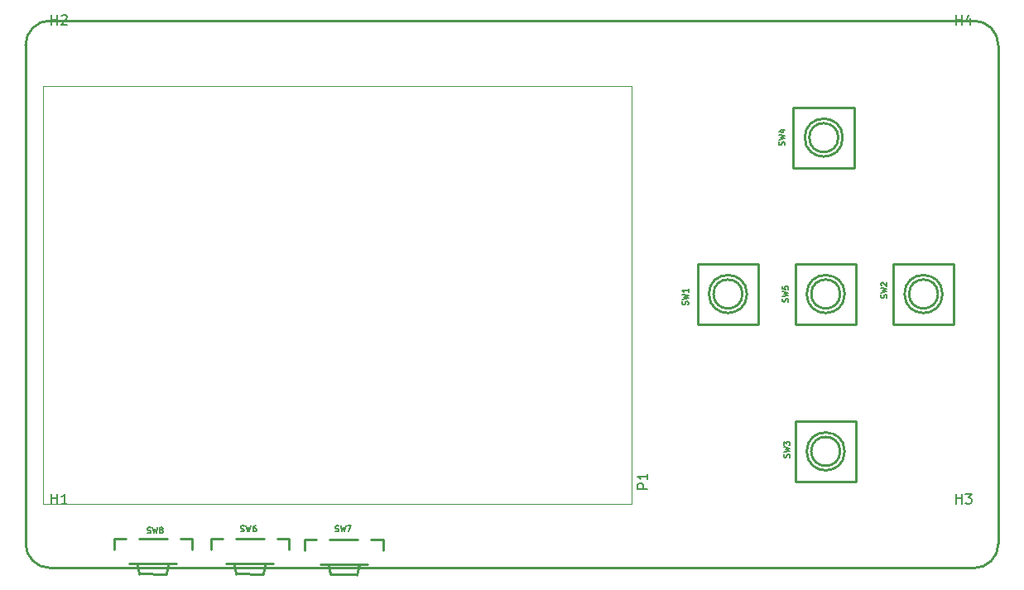
<source format=gbr>
%TF.GenerationSoftware,KiCad,Pcbnew,(6.0.4)*%
%TF.CreationDate,2023-03-22T18:48:28+03:00*%
%TF.ProjectId,mp3_test_board,6d70335f-7465-4737-945f-626f6172642e,rev?*%
%TF.SameCoordinates,Original*%
%TF.FileFunction,Legend,Top*%
%TF.FilePolarity,Positive*%
%FSLAX46Y46*%
G04 Gerber Fmt 4.6, Leading zero omitted, Abs format (unit mm)*
G04 Created by KiCad (PCBNEW (6.0.4)) date 2023-03-22 18:48:28*
%MOMM*%
%LPD*%
G01*
G04 APERTURE LIST*
%TA.AperFunction,Profile*%
%ADD10C,0.250000*%
%TD*%
%ADD11C,0.150000*%
%ADD12C,0.250000*%
%ADD13C,0.120000*%
G04 APERTURE END LIST*
D10*
X173460000Y-99250000D02*
G75*
G03*
X175960000Y-96750000I-100J2500100D01*
G01*
X175960000Y-45750000D02*
G75*
G03*
X173460000Y-43250000I-2500000J0D01*
G01*
X78967767Y-43232167D02*
G75*
G03*
X76467767Y-45732233I33J-2500033D01*
G01*
X76467767Y-45732233D02*
X76467767Y-96732233D01*
X78967767Y-99232233D02*
X173467767Y-99232233D01*
X175960000Y-96750000D02*
X175960000Y-45750000D01*
X173467767Y-43232233D02*
X78967767Y-43232233D01*
X76467767Y-96732233D02*
G75*
G03*
X78967767Y-99232233I2500033J33D01*
G01*
D11*
%TO.C,SW7*%
X108150000Y-95472857D02*
X108235714Y-95501428D01*
X108378571Y-95501428D01*
X108435714Y-95472857D01*
X108464285Y-95444285D01*
X108492857Y-95387142D01*
X108492857Y-95330000D01*
X108464285Y-95272857D01*
X108435714Y-95244285D01*
X108378571Y-95215714D01*
X108264285Y-95187142D01*
X108207142Y-95158571D01*
X108178571Y-95130000D01*
X108150000Y-95072857D01*
X108150000Y-95015714D01*
X108178571Y-94958571D01*
X108207142Y-94930000D01*
X108264285Y-94901428D01*
X108407142Y-94901428D01*
X108492857Y-94930000D01*
X108692857Y-94901428D02*
X108835714Y-95501428D01*
X108950000Y-95072857D01*
X109064285Y-95501428D01*
X109207142Y-94901428D01*
X109378571Y-94901428D02*
X109778571Y-94901428D01*
X109521428Y-95501428D01*
%TO.C,SW1*%
X144222857Y-72290000D02*
X144251428Y-72204285D01*
X144251428Y-72061428D01*
X144222857Y-72004285D01*
X144194285Y-71975714D01*
X144137142Y-71947142D01*
X144080000Y-71947142D01*
X144022857Y-71975714D01*
X143994285Y-72004285D01*
X143965714Y-72061428D01*
X143937142Y-72175714D01*
X143908571Y-72232857D01*
X143880000Y-72261428D01*
X143822857Y-72290000D01*
X143765714Y-72290000D01*
X143708571Y-72261428D01*
X143680000Y-72232857D01*
X143651428Y-72175714D01*
X143651428Y-72032857D01*
X143680000Y-71947142D01*
X143651428Y-71747142D02*
X144251428Y-71604285D01*
X143822857Y-71490000D01*
X144251428Y-71375714D01*
X143651428Y-71232857D01*
X144251428Y-70690000D02*
X144251428Y-71032857D01*
X144251428Y-70861428D02*
X143651428Y-70861428D01*
X143737142Y-70918571D01*
X143794285Y-70975714D01*
X143822857Y-71032857D01*
%TO.C,SW6*%
X98460000Y-95472857D02*
X98545714Y-95501428D01*
X98688571Y-95501428D01*
X98745714Y-95472857D01*
X98774285Y-95444285D01*
X98802857Y-95387142D01*
X98802857Y-95330000D01*
X98774285Y-95272857D01*
X98745714Y-95244285D01*
X98688571Y-95215714D01*
X98574285Y-95187142D01*
X98517142Y-95158571D01*
X98488571Y-95130000D01*
X98460000Y-95072857D01*
X98460000Y-95015714D01*
X98488571Y-94958571D01*
X98517142Y-94930000D01*
X98574285Y-94901428D01*
X98717142Y-94901428D01*
X98802857Y-94930000D01*
X99002857Y-94901428D02*
X99145714Y-95501428D01*
X99260000Y-95072857D01*
X99374285Y-95501428D01*
X99517142Y-94901428D01*
X100002857Y-94901428D02*
X99888571Y-94901428D01*
X99831428Y-94930000D01*
X99802857Y-94958571D01*
X99745714Y-95044285D01*
X99717142Y-95158571D01*
X99717142Y-95387142D01*
X99745714Y-95444285D01*
X99774285Y-95472857D01*
X99831428Y-95501428D01*
X99945714Y-95501428D01*
X100002857Y-95472857D01*
X100031428Y-95444285D01*
X100060000Y-95387142D01*
X100060000Y-95244285D01*
X100031428Y-95187142D01*
X100002857Y-95158571D01*
X99945714Y-95130000D01*
X99831428Y-95130000D01*
X99774285Y-95158571D01*
X99745714Y-95187142D01*
X99717142Y-95244285D01*
%TO.C,H4*%
X171638095Y-43652380D02*
X171638095Y-42652380D01*
X171638095Y-43128571D02*
X172209523Y-43128571D01*
X172209523Y-43652380D02*
X172209523Y-42652380D01*
X173114285Y-42985714D02*
X173114285Y-43652380D01*
X172876190Y-42604761D02*
X172638095Y-43319047D01*
X173257142Y-43319047D01*
%TO.C,H2*%
X79138095Y-43652380D02*
X79138095Y-42652380D01*
X79138095Y-43128571D02*
X79709523Y-43128571D01*
X79709523Y-43652380D02*
X79709523Y-42652380D01*
X80138095Y-42747619D02*
X80185714Y-42700000D01*
X80280952Y-42652380D01*
X80519047Y-42652380D01*
X80614285Y-42700000D01*
X80661904Y-42747619D01*
X80709523Y-42842857D01*
X80709523Y-42938095D01*
X80661904Y-43080952D01*
X80090476Y-43652380D01*
X80709523Y-43652380D01*
%TO.C,P1*%
X140081159Y-91123564D02*
X139081159Y-91123564D01*
X139081159Y-90742611D01*
X139128779Y-90647373D01*
X139176398Y-90599754D01*
X139271636Y-90552135D01*
X139414493Y-90552135D01*
X139509731Y-90599754D01*
X139557350Y-90647373D01*
X139604969Y-90742611D01*
X139604969Y-91123564D01*
X140081159Y-89599754D02*
X140081159Y-90171183D01*
X140081159Y-89885469D02*
X139081159Y-89885469D01*
X139224017Y-89980707D01*
X139319255Y-90075945D01*
X139366874Y-90171183D01*
%TO.C,H1*%
X79138095Y-92652380D02*
X79138095Y-91652380D01*
X79138095Y-92128571D02*
X79709523Y-92128571D01*
X79709523Y-92652380D02*
X79709523Y-91652380D01*
X80709523Y-92652380D02*
X80138095Y-92652380D01*
X80423809Y-92652380D02*
X80423809Y-91652380D01*
X80328571Y-91795238D01*
X80233333Y-91890476D01*
X80138095Y-91938095D01*
%TO.C,SW3*%
X154582857Y-87920000D02*
X154611428Y-87834285D01*
X154611428Y-87691428D01*
X154582857Y-87634285D01*
X154554285Y-87605714D01*
X154497142Y-87577142D01*
X154440000Y-87577142D01*
X154382857Y-87605714D01*
X154354285Y-87634285D01*
X154325714Y-87691428D01*
X154297142Y-87805714D01*
X154268571Y-87862857D01*
X154240000Y-87891428D01*
X154182857Y-87920000D01*
X154125714Y-87920000D01*
X154068571Y-87891428D01*
X154040000Y-87862857D01*
X154011428Y-87805714D01*
X154011428Y-87662857D01*
X154040000Y-87577142D01*
X154011428Y-87377142D02*
X154611428Y-87234285D01*
X154182857Y-87120000D01*
X154611428Y-87005714D01*
X154011428Y-86862857D01*
X154011428Y-86691428D02*
X154011428Y-86320000D01*
X154240000Y-86520000D01*
X154240000Y-86434285D01*
X154268571Y-86377142D01*
X154297142Y-86348571D01*
X154354285Y-86320000D01*
X154497142Y-86320000D01*
X154554285Y-86348571D01*
X154582857Y-86377142D01*
X154611428Y-86434285D01*
X154611428Y-86605714D01*
X154582857Y-86662857D01*
X154554285Y-86691428D01*
%TO.C,SW2*%
X164525557Y-71603938D02*
X164554128Y-71518223D01*
X164554128Y-71375366D01*
X164525557Y-71318223D01*
X164496985Y-71289652D01*
X164439842Y-71261080D01*
X164382700Y-71261080D01*
X164325557Y-71289652D01*
X164296985Y-71318223D01*
X164268414Y-71375366D01*
X164239842Y-71489652D01*
X164211271Y-71546795D01*
X164182700Y-71575366D01*
X164125557Y-71603938D01*
X164068414Y-71603938D01*
X164011271Y-71575366D01*
X163982700Y-71546795D01*
X163954128Y-71489652D01*
X163954128Y-71346795D01*
X163982700Y-71261080D01*
X163954128Y-71061080D02*
X164554128Y-70918223D01*
X164125557Y-70803938D01*
X164554128Y-70689652D01*
X163954128Y-70546795D01*
X164011271Y-70346795D02*
X163982700Y-70318223D01*
X163954128Y-70261080D01*
X163954128Y-70118223D01*
X163982700Y-70061080D01*
X164011271Y-70032509D01*
X164068414Y-70003938D01*
X164125557Y-70003938D01*
X164211271Y-70032509D01*
X164554128Y-70375366D01*
X164554128Y-70003938D01*
%TO.C,SW8*%
X88910000Y-95642857D02*
X88995714Y-95671428D01*
X89138571Y-95671428D01*
X89195714Y-95642857D01*
X89224285Y-95614285D01*
X89252857Y-95557142D01*
X89252857Y-95500000D01*
X89224285Y-95442857D01*
X89195714Y-95414285D01*
X89138571Y-95385714D01*
X89024285Y-95357142D01*
X88967142Y-95328571D01*
X88938571Y-95300000D01*
X88910000Y-95242857D01*
X88910000Y-95185714D01*
X88938571Y-95128571D01*
X88967142Y-95100000D01*
X89024285Y-95071428D01*
X89167142Y-95071428D01*
X89252857Y-95100000D01*
X89452857Y-95071428D02*
X89595714Y-95671428D01*
X89710000Y-95242857D01*
X89824285Y-95671428D01*
X89967142Y-95071428D01*
X90281428Y-95328571D02*
X90224285Y-95300000D01*
X90195714Y-95271428D01*
X90167142Y-95214285D01*
X90167142Y-95185714D01*
X90195714Y-95128571D01*
X90224285Y-95100000D01*
X90281428Y-95071428D01*
X90395714Y-95071428D01*
X90452857Y-95100000D01*
X90481428Y-95128571D01*
X90510000Y-95185714D01*
X90510000Y-95214285D01*
X90481428Y-95271428D01*
X90452857Y-95300000D01*
X90395714Y-95328571D01*
X90281428Y-95328571D01*
X90224285Y-95357142D01*
X90195714Y-95385714D01*
X90167142Y-95442857D01*
X90167142Y-95557142D01*
X90195714Y-95614285D01*
X90224285Y-95642857D01*
X90281428Y-95671428D01*
X90395714Y-95671428D01*
X90452857Y-95642857D01*
X90481428Y-95614285D01*
X90510000Y-95557142D01*
X90510000Y-95442857D01*
X90481428Y-95385714D01*
X90452857Y-95357142D01*
X90395714Y-95328571D01*
%TO.C,H3*%
X171638095Y-92652380D02*
X171638095Y-91652380D01*
X171638095Y-92128571D02*
X172209523Y-92128571D01*
X172209523Y-92652380D02*
X172209523Y-91652380D01*
X172590476Y-91652380D02*
X173209523Y-91652380D01*
X172876190Y-92033333D01*
X173019047Y-92033333D01*
X173114285Y-92080952D01*
X173161904Y-92128571D01*
X173209523Y-92223809D01*
X173209523Y-92461904D01*
X173161904Y-92557142D01*
X173114285Y-92604761D01*
X173019047Y-92652380D01*
X172733333Y-92652380D01*
X172638095Y-92604761D01*
X172590476Y-92557142D01*
%TO.C,SW4*%
X154082857Y-55960000D02*
X154111428Y-55874285D01*
X154111428Y-55731428D01*
X154082857Y-55674285D01*
X154054285Y-55645714D01*
X153997142Y-55617142D01*
X153940000Y-55617142D01*
X153882857Y-55645714D01*
X153854285Y-55674285D01*
X153825714Y-55731428D01*
X153797142Y-55845714D01*
X153768571Y-55902857D01*
X153740000Y-55931428D01*
X153682857Y-55960000D01*
X153625714Y-55960000D01*
X153568571Y-55931428D01*
X153540000Y-55902857D01*
X153511428Y-55845714D01*
X153511428Y-55702857D01*
X153540000Y-55617142D01*
X153511428Y-55417142D02*
X154111428Y-55274285D01*
X153682857Y-55160000D01*
X154111428Y-55045714D01*
X153511428Y-54902857D01*
X153711428Y-54417142D02*
X154111428Y-54417142D01*
X153482857Y-54560000D02*
X153911428Y-54702857D01*
X153911428Y-54331428D01*
%TO.C,SW5*%
X154442857Y-71990000D02*
X154471428Y-71904285D01*
X154471428Y-71761428D01*
X154442857Y-71704285D01*
X154414285Y-71675714D01*
X154357142Y-71647142D01*
X154300000Y-71647142D01*
X154242857Y-71675714D01*
X154214285Y-71704285D01*
X154185714Y-71761428D01*
X154157142Y-71875714D01*
X154128571Y-71932857D01*
X154100000Y-71961428D01*
X154042857Y-71990000D01*
X153985714Y-71990000D01*
X153928571Y-71961428D01*
X153900000Y-71932857D01*
X153871428Y-71875714D01*
X153871428Y-71732857D01*
X153900000Y-71647142D01*
X153871428Y-71447142D02*
X154471428Y-71304285D01*
X154042857Y-71190000D01*
X154471428Y-71075714D01*
X153871428Y-70932857D01*
X153871428Y-70418571D02*
X153871428Y-70704285D01*
X154157142Y-70732857D01*
X154128571Y-70704285D01*
X154100000Y-70647142D01*
X154100000Y-70504285D01*
X154128571Y-70447142D01*
X154157142Y-70418571D01*
X154214285Y-70390000D01*
X154357142Y-70390000D01*
X154414285Y-70418571D01*
X154442857Y-70447142D01*
X154471428Y-70504285D01*
X154471428Y-70647142D01*
X154442857Y-70704285D01*
X154414285Y-70732857D01*
D12*
%TO.C,SW7*%
X110370000Y-99915135D02*
X107650000Y-99906666D01*
X110578200Y-98842500D02*
X110368200Y-99922500D01*
X108880000Y-98842500D02*
X107350000Y-98842500D01*
X113020000Y-96302500D02*
X111780000Y-96302500D01*
X106220000Y-96302500D02*
X105020000Y-96302500D01*
X105020000Y-96302500D02*
X105020000Y-97412500D01*
X108880000Y-98842500D02*
X110580000Y-98842500D01*
X106580000Y-98842500D02*
X111420000Y-98842500D01*
X113020000Y-97412500D02*
X113020000Y-96302500D01*
X107611800Y-99914031D02*
X107441800Y-98824031D01*
X110420000Y-96302500D02*
X107580000Y-96302500D01*
%TO.C,SW1*%
X145201200Y-74300000D02*
X145201200Y-68100000D01*
X151400000Y-74300000D02*
X151400000Y-68100000D01*
X145200000Y-74300000D02*
X151400000Y-74300000D01*
X145200000Y-68100000D02*
X151400000Y-68100000D01*
D13*
X150231068Y-71200000D02*
G75*
G03*
X150231068Y-71200000I-1931068J0D01*
G01*
X149417600Y-69625200D02*
G75*
G03*
X149417600Y-69625200I0J0D01*
G01*
X150262222Y-71200000D02*
G75*
G03*
X150262222Y-71200000I-1962222J0D01*
G01*
D12*
X150240000Y-71200000D02*
G75*
G03*
X150240000Y-71200000I-1940000J0D01*
G01*
X149780000Y-71200000D02*
G75*
G03*
X149780000Y-71200000I-1480000J0D01*
G01*
%TO.C,SW6*%
X98011800Y-99841531D02*
X97841800Y-98751531D01*
X100770000Y-99842635D02*
X98050000Y-99834166D01*
X95420000Y-96230000D02*
X95420000Y-97340000D01*
X96980000Y-98770000D02*
X101820000Y-98770000D01*
X100820000Y-96230000D02*
X97980000Y-96230000D01*
X103420000Y-96230000D02*
X102180000Y-96230000D01*
X96620000Y-96230000D02*
X95420000Y-96230000D01*
X103420000Y-97340000D02*
X103420000Y-96230000D01*
X100978200Y-98770000D02*
X100768200Y-99850000D01*
X99280000Y-98770000D02*
X100980000Y-98770000D01*
X99280000Y-98770000D02*
X97750000Y-98770000D01*
D13*
%TO.C,P1*%
X138490000Y-92645000D02*
X78230000Y-92645000D01*
X78230000Y-92645000D02*
X78230000Y-49925000D01*
X78230000Y-49925000D02*
X138490000Y-49925000D01*
X138490000Y-49925000D02*
X138490000Y-92645000D01*
D12*
%TO.C,SW3*%
X155200000Y-84200000D02*
X161400000Y-84200000D01*
X161400000Y-90400000D02*
X161400000Y-84200000D01*
X155201200Y-90400000D02*
X155201200Y-84200000D01*
X155200000Y-90400000D02*
X161400000Y-90400000D01*
D13*
X159417600Y-85725200D02*
G75*
G03*
X159417600Y-85725200I0J0D01*
G01*
D12*
X159780000Y-87300000D02*
G75*
G03*
X159780000Y-87300000I-1480000J0D01*
G01*
D13*
X160262222Y-87300000D02*
G75*
G03*
X160262222Y-87300000I-1962222J0D01*
G01*
X160231068Y-87300000D02*
G75*
G03*
X160231068Y-87300000I-1931068J0D01*
G01*
D12*
X160240000Y-87300000D02*
G75*
G03*
X160240000Y-87300000I-1940000J0D01*
G01*
%TO.C,SW2*%
X171400000Y-74300000D02*
X171400000Y-68100000D01*
X165201200Y-74300000D02*
X165201200Y-68100000D01*
X165200000Y-74300000D02*
X171400000Y-74300000D01*
X165200000Y-68100000D02*
X171400000Y-68100000D01*
D13*
X170262222Y-71200000D02*
G75*
G03*
X170262222Y-71200000I-1962222J0D01*
G01*
X170231068Y-71200000D02*
G75*
G03*
X170231068Y-71200000I-1931068J0D01*
G01*
D12*
X169780000Y-71200000D02*
G75*
G03*
X169780000Y-71200000I-1480000J0D01*
G01*
X170240000Y-71200000D02*
G75*
G03*
X170240000Y-71200000I-1940000J0D01*
G01*
D13*
X169417600Y-69625200D02*
G75*
G03*
X169417600Y-69625200I0J0D01*
G01*
D12*
%TO.C,SW8*%
X86720000Y-96230000D02*
X85520000Y-96230000D01*
X87080000Y-98770000D02*
X91920000Y-98770000D01*
X91078200Y-98770000D02*
X90868200Y-99850000D01*
X90870000Y-99842635D02*
X88150000Y-99834166D01*
X89380000Y-98770000D02*
X87850000Y-98770000D01*
X88111800Y-99841531D02*
X87941800Y-98751531D01*
X85520000Y-96230000D02*
X85520000Y-97340000D01*
X93520000Y-96230000D02*
X92280000Y-96230000D01*
X93520000Y-97340000D02*
X93520000Y-96230000D01*
X89380000Y-98770000D02*
X91080000Y-98770000D01*
X90920000Y-96230000D02*
X88080000Y-96230000D01*
%TO.C,SW4*%
X155001200Y-58300000D02*
X155001200Y-52100000D01*
X161200000Y-58300000D02*
X161200000Y-52100000D01*
X155000000Y-52100000D02*
X161200000Y-52100000D01*
X155000000Y-58300000D02*
X161200000Y-58300000D01*
D13*
X159217600Y-53625200D02*
G75*
G03*
X159217600Y-53625200I0J0D01*
G01*
D12*
X160040000Y-55200000D02*
G75*
G03*
X160040000Y-55200000I-1940000J0D01*
G01*
X159580000Y-55200000D02*
G75*
G03*
X159580000Y-55200000I-1480000J0D01*
G01*
D13*
X160031068Y-55200000D02*
G75*
G03*
X160031068Y-55200000I-1931068J0D01*
G01*
X160062222Y-55200000D02*
G75*
G03*
X160062222Y-55200000I-1962222J0D01*
G01*
D12*
%TO.C,SW5*%
X161400000Y-74300000D02*
X161400000Y-68100000D01*
X155201200Y-74300000D02*
X155201200Y-68100000D01*
X155200000Y-68100000D02*
X161400000Y-68100000D01*
X155200000Y-74300000D02*
X161400000Y-74300000D01*
D13*
X159417600Y-69625200D02*
G75*
G03*
X159417600Y-69625200I0J0D01*
G01*
X160262222Y-71200000D02*
G75*
G03*
X160262222Y-71200000I-1962222J0D01*
G01*
D12*
X160240000Y-71200000D02*
G75*
G03*
X160240000Y-71200000I-1940000J0D01*
G01*
X159780000Y-71200000D02*
G75*
G03*
X159780000Y-71200000I-1480000J0D01*
G01*
D13*
X160231068Y-71200000D02*
G75*
G03*
X160231068Y-71200000I-1931068J0D01*
G01*
%TD*%
M02*

</source>
